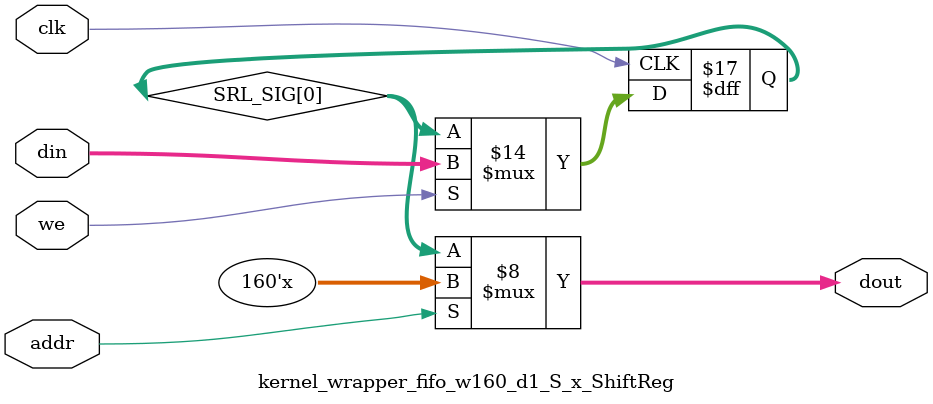
<source format=v>

`timescale 1 ns / 1 ps

module kernel_wrapper_fifo_w160_d1_S_x
#(parameter
    MEM_STYLE   = "shiftReg",
    DATA_WIDTH  = 160,
    ADDR_WIDTH  = 1,
    DEPTH       = 1)
(
    // system signal
    input  wire                  clk,
    input  wire                  reset,

    // write
    output wire                  if_full_n,
    input  wire                  if_write_ce,
    input  wire                  if_write,
    input  wire [DATA_WIDTH-1:0] if_din,
    
    // read 
    output wire [ADDR_WIDTH:0]   if_num_data_valid, // for FRP
    output wire [ADDR_WIDTH:0]   if_fifo_cap,       // for FRP
    output wire                  if_empty_n,
    input  wire                  if_read_ce,
    input  wire                  if_read,
    output wire [DATA_WIDTH-1:0] if_dout
);
//------------------------Parameter----------------------

//------------------------Local signal-------------------
wire [ADDR_WIDTH-1:0] addr;
wire                  push;
wire                  pop;
reg signed [ADDR_WIDTH:0]   mOutPtr;
reg                   empty_n = 1'b0;
reg                   full_n  = 1'b1;
// with almost full?  no 
//------------------------Instantiation------------------
kernel_wrapper_fifo_w160_d1_S_x_ShiftReg 
#(  .DATA_WIDTH (DATA_WIDTH),
    .ADDR_WIDTH (ADDR_WIDTH),
    .DEPTH      (DEPTH))
U_kernel_wrapper_fifo_w160_d1_S_x_ShiftReg (
    .clk        (clk),
    .we         (push),
    .addr       (addr),
    .din        (if_din),
    .dout       (if_dout)
);
//------------------------Task and function--------------

//------------------------Body---------------------------
// has num_data_valid ? 
assign if_num_data_valid = mOutPtr + 1'b1; // yes
assign if_fifo_cap = DEPTH; // yes 

// has almost full ? 
assign if_full_n  = full_n; //no 
assign if_empty_n = empty_n;

assign push = (if_write & if_write_ce) & full_n;
assign pop  = (if_read & if_read_ce) & empty_n;
assign addr = mOutPtr[ADDR_WIDTH] == 1'b0 ? mOutPtr[ADDR_WIDTH-1:0]:{ADDR_WIDTH{1'b0}};

// full_n
always @(posedge clk ) begin
    if (reset == 1'b1)
        full_n <= 1'b1;
    else if (push & ~pop) begin
        if (mOutPtr == DEPTH - 2)
            full_n <= 1'b0;
    end
    else if (~push & pop)
        full_n <= 1'b1;
end

// almost_full_n 

// empty_n
always @(posedge clk ) begin
    if (reset == 1'b1)
        empty_n <= 1'b0;
    else if (push & ~pop)
        empty_n <= 1'b1;
    else if (~push & pop) begin
        if (mOutPtr == 0)
            empty_n <= 1'b0;
    end
end

// mOutPtr
always @(posedge clk ) begin
    if (reset == 1'b1)
        mOutPtr <= {ADDR_WIDTH+1{1'b1}};
    else if (push & ~pop)
        mOutPtr <= mOutPtr + 1'b1;
    else if (~push & pop)
        mOutPtr <= mOutPtr - 1'b1;
end

endmodule  


module kernel_wrapper_fifo_w160_d1_S_x_ShiftReg
#(parameter
    DATA_WIDTH  = 160,
    ADDR_WIDTH  = 1,
    DEPTH       = 1)
(
    input  wire                  clk,
    input  wire                  we,
    input  wire [ADDR_WIDTH-1:0] addr,
    input  wire [DATA_WIDTH-1:0] din,
    output wire [DATA_WIDTH-1:0] dout
);

reg [DATA_WIDTH-1:0] SRL_SIG [0:DEPTH-1];
integer i;

always @ (posedge clk) begin
    if (we) begin
        for (i=0; i<DEPTH-1; i=i+1)
            SRL_SIG[i+1] <= SRL_SIG[i];
        SRL_SIG[0] <= din;
    end
end

assign dout = SRL_SIG[addr];

endmodule

</source>
